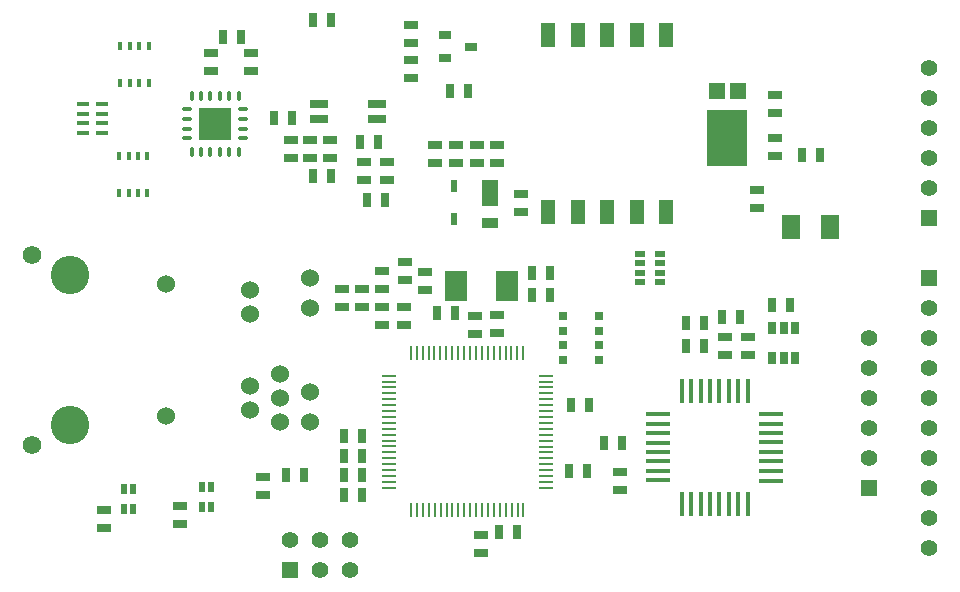
<source format=gts>
G04 (created by PCBNEW (2013-mar-13)-testing) date Sun 24 Mar 2013 04:17:42 PM EDT*
%MOIN*%
G04 Gerber Fmt 3.4, Leading zero omitted, Abs format*
%FSLAX34Y34*%
G01*
G70*
G90*
G04 APERTURE LIST*
%ADD10C,0.006*%
%ADD11C,0.128*%
%ADD12C,0.06*%
%ADD13C,0.062*%
%ADD14R,0.019685X0.0354331*%
%ADD15R,0.0354331X0.019685*%
%ADD16R,0.0314961X0.0314961*%
%ADD17R,0.0748031X0.102362*%
%ADD18R,0.01X0.0472*%
%ADD19R,0.0472X0.01*%
%ADD20R,0.055X0.055*%
%ADD21C,0.055*%
%ADD22R,0.0393701X0.015748*%
%ADD23R,0.0133858X0.0275591*%
%ADD24R,0.0551181X0.0551181*%
%ADD25R,0.132283X0.191339*%
%ADD26R,0.0551181X0.0354331*%
%ADD27R,0.0551181X0.0866142*%
%ADD28R,0.0216535X0.0413386*%
%ADD29R,0.05X0.08*%
%ADD30R,0.0590551X0.0314961*%
%ADD31R,0.108268X0.108268*%
%ADD32O,0.0374016X0.011811*%
%ADD33O,0.011811X0.0374016*%
%ADD34R,0.0787X0.0177*%
%ADD35R,0.0177X0.0787*%
%ADD36R,0.0276X0.0394*%
%ADD37R,0.0394X0.0315*%
%ADD38R,0.06X0.08*%
%ADD39R,0.025X0.045*%
%ADD40R,0.045X0.025*%
G04 APERTURE END LIST*
G54D10*
G54D11*
X74860Y-38000D03*
X74860Y-33000D03*
G54D12*
X81860Y-37100D03*
X81860Y-37900D03*
X80860Y-33500D03*
X80860Y-34300D03*
X80860Y-36700D03*
X78060Y-37700D03*
X78060Y-33300D03*
X82860Y-36900D03*
X82860Y-33100D03*
X82860Y-37900D03*
X82860Y-34100D03*
X80860Y-37500D03*
G54D13*
X73610Y-32325D03*
X73610Y-38675D03*
G54D12*
X81860Y-36300D03*
G54D14*
X79577Y-40734D03*
X79262Y-40734D03*
X79262Y-40065D03*
X79577Y-40065D03*
X76977Y-40794D03*
X76662Y-40794D03*
X76662Y-40125D03*
X76977Y-40125D03*
G54D15*
X93885Y-33232D03*
X93885Y-32917D03*
X93885Y-32287D03*
X93885Y-32602D03*
X94554Y-32602D03*
X94554Y-32287D03*
X94554Y-32917D03*
X94554Y-33232D03*
G54D16*
X92510Y-34380D03*
X91289Y-34380D03*
X92510Y-34860D03*
X91289Y-34860D03*
X92510Y-35820D03*
X91289Y-35820D03*
X92510Y-35340D03*
X91289Y-35340D03*
G54D17*
X87753Y-33360D03*
X89446Y-33360D03*
G54D18*
X86240Y-35594D03*
X89980Y-35594D03*
X89780Y-35594D03*
X89580Y-35594D03*
X89390Y-35594D03*
X89190Y-35594D03*
X88990Y-35594D03*
X88790Y-35594D03*
X88600Y-35594D03*
X88400Y-35594D03*
X88200Y-35594D03*
X88010Y-35594D03*
X87810Y-35594D03*
X87610Y-35594D03*
X87420Y-35594D03*
X87220Y-35594D03*
X87020Y-35594D03*
X86830Y-35594D03*
X86630Y-35594D03*
X86430Y-35594D03*
G54D19*
X90732Y-36354D03*
X90732Y-38126D03*
X90732Y-37928D03*
X90732Y-37732D03*
X90732Y-37536D03*
X90732Y-37338D03*
X90732Y-37142D03*
X90732Y-36944D03*
X90732Y-36748D03*
X90732Y-36550D03*
X90732Y-39306D03*
X90732Y-39110D03*
X90732Y-38914D03*
X90732Y-38716D03*
X90732Y-38520D03*
X90732Y-38322D03*
X90732Y-39504D03*
X90732Y-39700D03*
X90732Y-39898D03*
X90732Y-40094D03*
X85494Y-36352D03*
X85494Y-36552D03*
X85494Y-36742D03*
X85494Y-36942D03*
X85494Y-37142D03*
X85494Y-37332D03*
X85494Y-37532D03*
X85494Y-37732D03*
X85494Y-37922D03*
X85494Y-38122D03*
X85494Y-38322D03*
X85494Y-38522D03*
X85494Y-38712D03*
X85494Y-38912D03*
X85494Y-39112D03*
X85494Y-39302D03*
X85494Y-39502D03*
X85494Y-39702D03*
X85494Y-39892D03*
X85494Y-40092D03*
G54D18*
X86240Y-40846D03*
X86440Y-40846D03*
X86638Y-40846D03*
X86836Y-40846D03*
X87032Y-40846D03*
X87228Y-40846D03*
X87424Y-40846D03*
X87620Y-40846D03*
X87820Y-40846D03*
X88016Y-40846D03*
X88212Y-40846D03*
X88410Y-40846D03*
X88606Y-40846D03*
X88804Y-40846D03*
X89000Y-40846D03*
X89196Y-40846D03*
X89394Y-40846D03*
X89590Y-40846D03*
X89788Y-40846D03*
X89984Y-40846D03*
G54D20*
X82200Y-42820D03*
G54D21*
X82200Y-41820D03*
X83200Y-42820D03*
X83200Y-41820D03*
X84200Y-42820D03*
X84200Y-41820D03*
G54D22*
X75305Y-28252D03*
X75305Y-27937D03*
X75305Y-27307D03*
X75305Y-27622D03*
X75934Y-27622D03*
X75934Y-27307D03*
X75934Y-27937D03*
X75934Y-28252D03*
G54D23*
X77492Y-25369D03*
X77177Y-25369D03*
X76547Y-25369D03*
X76862Y-25369D03*
X77492Y-26590D03*
X77177Y-26590D03*
X76547Y-26590D03*
X76862Y-26590D03*
X77452Y-29029D03*
X77137Y-29029D03*
X76507Y-29029D03*
X76822Y-29029D03*
X77452Y-30250D03*
X77137Y-30250D03*
X76507Y-30250D03*
X76822Y-30250D03*
G54D24*
X96422Y-26870D03*
X97147Y-26870D03*
G54D25*
X96785Y-28437D03*
G54D26*
X88885Y-31272D03*
G54D27*
X88885Y-30268D03*
G54D28*
X87660Y-31136D03*
X87660Y-30033D03*
G54D29*
X94740Y-24990D03*
X91800Y-30890D03*
X90820Y-24990D03*
X91800Y-24990D03*
X92780Y-24990D03*
X93760Y-24990D03*
X90820Y-30890D03*
X92780Y-30890D03*
X93760Y-30890D03*
X94740Y-30890D03*
G54D30*
X83166Y-27810D03*
X83166Y-27310D03*
X85103Y-27310D03*
X85103Y-27810D03*
G54D31*
X79710Y-27960D03*
G54D32*
X80635Y-28442D03*
X80635Y-28127D03*
X80635Y-27792D03*
X80635Y-27477D03*
G54D33*
X80497Y-27034D03*
X80182Y-27034D03*
X79867Y-27034D03*
X79552Y-27034D03*
X79237Y-27034D03*
X78922Y-27034D03*
G54D32*
X78784Y-27477D03*
X78784Y-27792D03*
X78784Y-28127D03*
X78784Y-28442D03*
G54D33*
X78922Y-28885D03*
X79237Y-28885D03*
X79540Y-28885D03*
X79867Y-28885D03*
X80182Y-28885D03*
X80497Y-28885D03*
G54D34*
X94474Y-39843D03*
X94474Y-39528D03*
X94474Y-39213D03*
X94474Y-38898D03*
X94474Y-38583D03*
X94474Y-38268D03*
X94474Y-37953D03*
X94474Y-37638D03*
X98240Y-37640D03*
X98240Y-39850D03*
X98240Y-39530D03*
X98240Y-39210D03*
X98240Y-38900D03*
X98240Y-38580D03*
X98240Y-38270D03*
X98240Y-37950D03*
G54D35*
X95258Y-36850D03*
X95572Y-36850D03*
X95888Y-36850D03*
X96202Y-36850D03*
X96518Y-36850D03*
X96832Y-36850D03*
X97148Y-36850D03*
X97462Y-36850D03*
X95260Y-40630D03*
X95570Y-40630D03*
X95890Y-40630D03*
X96200Y-40630D03*
X96510Y-40630D03*
X96830Y-40630D03*
X97150Y-40630D03*
X97470Y-40630D03*
G54D36*
X98285Y-34780D03*
X98660Y-34780D03*
X99035Y-34780D03*
X99035Y-35780D03*
X98660Y-35780D03*
X98285Y-35780D03*
G54D37*
X88243Y-25385D03*
X87377Y-25760D03*
X87377Y-25010D03*
G54D38*
X98910Y-31395D03*
X100210Y-31395D03*
G54D39*
X82985Y-24510D03*
X83585Y-24510D03*
G54D40*
X79560Y-26210D03*
X79560Y-25610D03*
G54D39*
X80560Y-25060D03*
X79960Y-25060D03*
G54D40*
X97760Y-30170D03*
X97760Y-30770D03*
X89900Y-30300D03*
X89900Y-30900D03*
X89110Y-28660D03*
X89110Y-29260D03*
X88435Y-28660D03*
X88435Y-29260D03*
X87735Y-28660D03*
X87735Y-29260D03*
X80910Y-26210D03*
X80910Y-25610D03*
G54D39*
X99260Y-28995D03*
X99860Y-28995D03*
G54D40*
X98385Y-26995D03*
X98385Y-27595D03*
X98385Y-28420D03*
X98385Y-29020D03*
G54D39*
X84760Y-30485D03*
X85360Y-30485D03*
G54D40*
X84660Y-29235D03*
X84660Y-29835D03*
X85435Y-29235D03*
X85435Y-29835D03*
G54D39*
X85135Y-28560D03*
X84535Y-28560D03*
X93270Y-38600D03*
X92670Y-38600D03*
X98260Y-34000D03*
X98860Y-34000D03*
G54D40*
X97470Y-35650D03*
X97470Y-35050D03*
X96720Y-35050D03*
X96720Y-35650D03*
G54D39*
X96600Y-34400D03*
X97200Y-34400D03*
G54D40*
X87035Y-28660D03*
X87035Y-29260D03*
X93220Y-39550D03*
X93220Y-40150D03*
G54D39*
X96020Y-34600D03*
X95420Y-34600D03*
G54D40*
X78540Y-40700D03*
X78540Y-41300D03*
X76020Y-40820D03*
X76020Y-41420D03*
G54D39*
X87535Y-26860D03*
X88135Y-26860D03*
G54D40*
X83940Y-33480D03*
X83940Y-34080D03*
G54D39*
X82680Y-39680D03*
X82080Y-39680D03*
G54D40*
X88560Y-41660D03*
X88560Y-42260D03*
G54D39*
X91560Y-37320D03*
X92160Y-37320D03*
X87100Y-34280D03*
X87700Y-34280D03*
X90880Y-33660D03*
X90280Y-33660D03*
X90880Y-32920D03*
X90280Y-32920D03*
G54D40*
X86040Y-32560D03*
X86040Y-33160D03*
X86720Y-32900D03*
X86720Y-33500D03*
G54D39*
X84600Y-40320D03*
X84000Y-40320D03*
G54D40*
X86235Y-25835D03*
X86235Y-26435D03*
X86235Y-24660D03*
X86235Y-25260D03*
X82885Y-28485D03*
X82885Y-29085D03*
G54D39*
X81660Y-27760D03*
X82260Y-27760D03*
G54D40*
X82235Y-28485D03*
X82235Y-29085D03*
G54D39*
X83560Y-29685D03*
X82960Y-29685D03*
G54D40*
X83535Y-28485D03*
X83535Y-29085D03*
G54D39*
X91500Y-39520D03*
X92100Y-39520D03*
X95420Y-35350D03*
X96020Y-35350D03*
X84600Y-39020D03*
X84000Y-39020D03*
G54D40*
X88360Y-34960D03*
X88360Y-34360D03*
X89100Y-34940D03*
X89100Y-34340D03*
G54D39*
X84000Y-38360D03*
X84600Y-38360D03*
X84600Y-39680D03*
X84000Y-39680D03*
X89180Y-41560D03*
X89780Y-41560D03*
G54D40*
X85280Y-34080D03*
X85280Y-34680D03*
X86020Y-34680D03*
X86020Y-34080D03*
G54D20*
X103500Y-31100D03*
G54D21*
X103500Y-30100D03*
X103500Y-29100D03*
X103500Y-28100D03*
X103500Y-27100D03*
X103500Y-26100D03*
G54D20*
X101500Y-40100D03*
G54D21*
X101500Y-39100D03*
X101500Y-38100D03*
X101500Y-37100D03*
X101500Y-36100D03*
X101500Y-35100D03*
G54D20*
X103500Y-33100D03*
G54D21*
X103500Y-34100D03*
X103500Y-35100D03*
X103500Y-36100D03*
X103500Y-37100D03*
X103500Y-38100D03*
X103500Y-39100D03*
X103500Y-40100D03*
X103500Y-41100D03*
X103500Y-42100D03*
G54D40*
X84620Y-34080D03*
X84620Y-33480D03*
X85260Y-33480D03*
X85260Y-32880D03*
X81300Y-39720D03*
X81300Y-40320D03*
M02*

</source>
